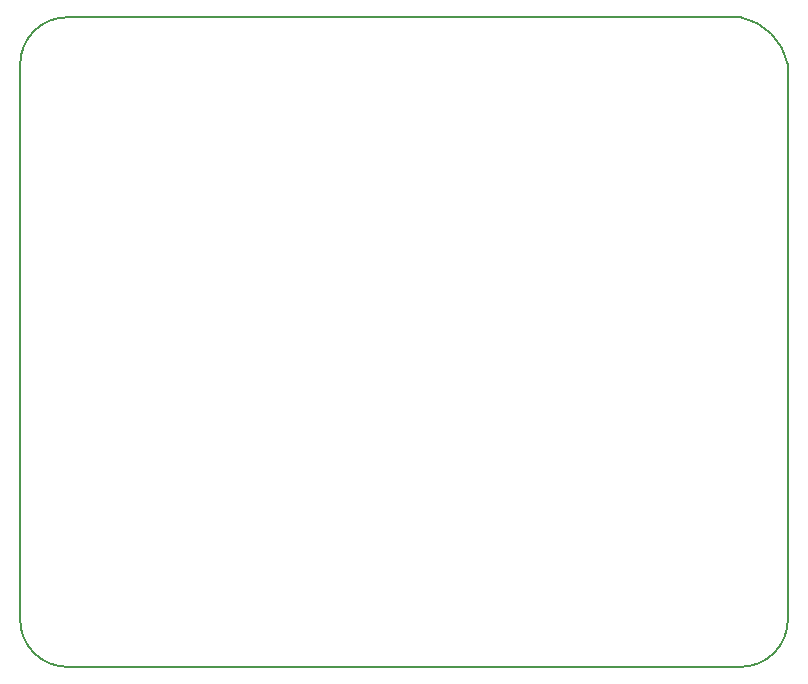
<source format=gm1>
G04 #@! TF.GenerationSoftware,KiCad,Pcbnew,5.1.5-52549c5~84~ubuntu18.04.1*
G04 #@! TF.CreationDate,2020-01-13T18:21:35+00:00*
G04 #@! TF.ProjectId,sangaboard_v0.3,73616e67-6162-46f6-9172-645f76302e33,0.3*
G04 #@! TF.SameCoordinates,Original*
G04 #@! TF.FileFunction,Profile,NP*
%FSLAX46Y46*%
G04 Gerber Fmt 4.6, Leading zero omitted, Abs format (unit mm)*
G04 Created by KiCad (PCBNEW 5.1.5-52549c5~84~ubuntu18.04.1) date 2020-01-13 18:21:35*
%MOMM*%
%LPD*%
G04 APERTURE LIST*
%ADD10C,0.150000*%
G04 APERTURE END LIST*
D10*
X165000000Y-96000000D02*
G75*
G02X161000000Y-100000000I-4000000J0D01*
G01*
X104000000Y-100000000D02*
G75*
G02X100000000Y-96000000I0J4000000D01*
G01*
X100000000Y-49000000D02*
G75*
G02X104000000Y-45000000I4000000J0D01*
G01*
X161000000Y-45000002D02*
G75*
G02X164999999Y-49000001I-1000000J-4999998D01*
G01*
X100000000Y-96000000D02*
X100000000Y-49000000D01*
X161000000Y-100000000D02*
X104000000Y-100000000D01*
X165000000Y-49000000D02*
X165000000Y-96000000D01*
X104000000Y-45000000D02*
X161000000Y-45000000D01*
M02*

</source>
